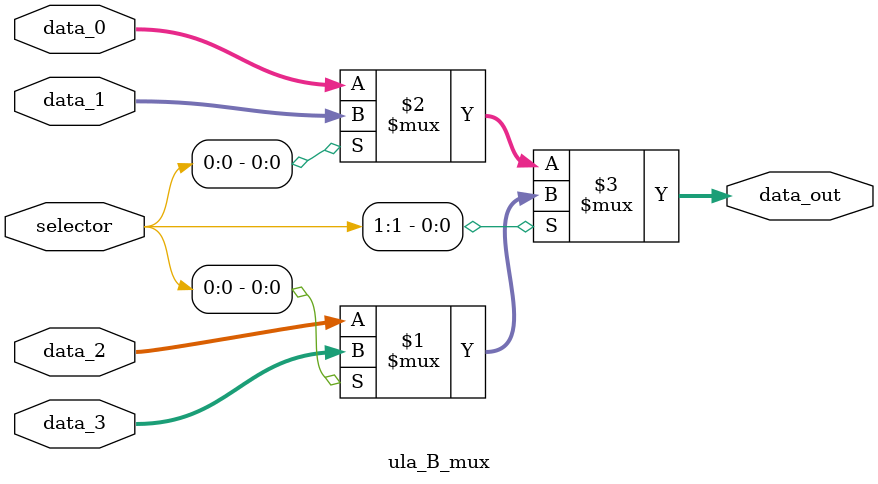
<source format=v>
module ula_B_mux(
    input  wire [1:0] selector,
    input  wire [31:0] data_0,//register B - 00
    input  wire [31:0] data_1,//immediate - 01
    input  wire [31:0] data_2,//pc - 10
    input  wire [31:0] data_3,//MDR - 11
    output wire [31:0] data_out,
);
    assign data_out = (selector[1] ? (selector[0] ? data_3 : data_2) : (selector[0] ? data_1 : data_0));
endmodule
</source>
